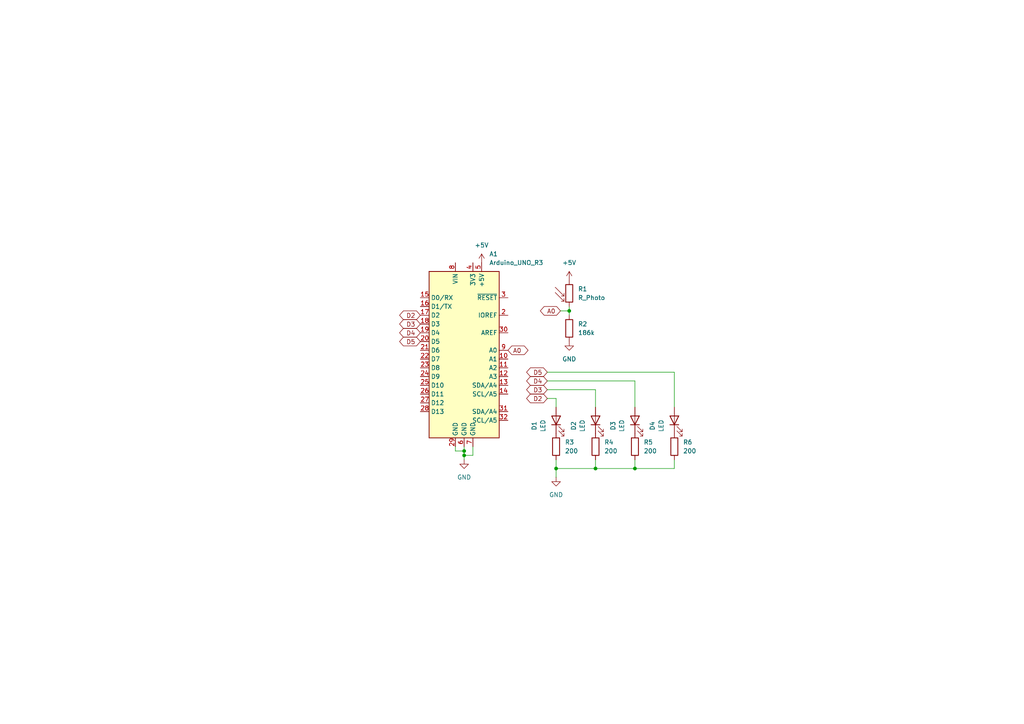
<source format=kicad_sch>
(kicad_sch (version 20231120) (generator "eeschema") (generator_version "8.0")
  (paper "A4")
  (lib_symbols
    (symbol "Device:LED" (pin_numbers hide) (pin_names (offset 1.016) hide)
      (property "Reference" "D" (at 0 2.54 0))
      (property "Value" "LED" (at 0 -2.54 0))
      (symbol "LED_0_1"
        (polyline (pts (xy -1.27 -1.27) (xy -1.27 1.27)) (stroke (width 0.254)))
        (polyline (pts (xy -1.27 0) (xy 1.27 0)))
        (polyline (pts (xy 1.27 -1.27) (xy 1.27 1.27) (xy -1.27 0) (xy 1.27 -1.27)) (stroke (width 0.254)))
        (polyline (pts (xy -3.048 -0.762) (xy -4.572 -2.286) (xy -3.81 -2.286) (xy -4.572 -2.286) (xy -4.572 -1.524)))
        (polyline (pts (xy -1.778 -0.762) (xy -3.302 -2.286) (xy -2.54 -2.286) (xy -3.302 -2.286) (xy -3.302 -1.524)))
      )
      (symbol "LED_1_1"
        (pin passive line (at -3.81 0 0) (length 2.54) (name "K") (number "1"))
        (pin passive line (at 3.81 0 180) (length 2.54) (name "A") (number "2"))
      )
    )
    (symbol "Device:R" (pin_numbers hide) (pin_names (offset 0))
      (property "Reference" "R" (at 2.032 0 90))
      (property "Value" "R" (at 0 0 90))
      (symbol "R_0_1"
        (rectangle (start -1.016 -2.54) (end 1.016 2.54) (stroke (width 0.254)))
      )
      (symbol "R_1_1"
        (pin passive line (at 0 3.81 270) (length 1.27) (name "~") (number "1"))
        (pin passive line (at 0 -3.81 90) (length 1.27) (name "~") (number "2"))
      )
    )
    (symbol "Device:R_Photo" (pin_numbers hide) (pin_names (offset 0))
      (property "Reference" "R" (at 1.27 1.27 0))
      (property "Value" "R_Photo" (at 1.27 0 0))
      (symbol "R_Photo_0_1"
        (rectangle (start -1.016 2.54) (end 1.016 -2.54) (stroke (width 0.254)))
        (polyline (pts (xy -1.524 -2.286) (xy -4.064 0.254)))
        (polyline (pts (xy -1.524 -2.286) (xy -2.286 -2.286)))
        (polyline (pts (xy -1.524 -2.286) (xy -1.524 -1.524)))
        (polyline (pts (xy -1.524 -0.762) (xy -4.064 1.778)))
        (polyline (pts (xy -1.524 -0.762) (xy -2.286 -0.762)))
        (polyline (pts (xy -1.524 -0.762) (xy -1.524 0)))
      )
      (symbol "R_Photo_1_1"
        (pin passive line (at 0 3.81 270) (length 1.27) (name "~") (number "1"))
        (pin passive line (at 0 -3.81 90) (length 1.27) (name "~") (number "2"))
      )
    )
    (symbol "MCU_Module:Arduino_UNO_R3"
      (property "Reference" "A" (at -10.16 23.495 0))
      (property "Value" "Arduino_UNO_R3" (at 5.08 -26.67 0))
      (symbol "Arduino_UNO_R3_0_1"
        (rectangle (start -10.16 22.86) (end 10.16 -25.4) (stroke (width 0.254)) (fill (type background)))
      )
      (symbol "Arduino_UNO_R3_1_1"
        (pin no_connect line (at -10.16 -20.32 0) (length 2.54) hide (name "NC") (number "1"))
        (pin bidirectional line (at 12.7 -2.54 180) (length 2.54) (name "A1") (number "10"))
        (pin bidirectional line (at 12.7 -5.08 180) (length 2.54) (name "A2") (number "11"))
        (pin bidirectional line (at 12.7 -7.62 180) (length 2.54) (name "A3") (number "12"))
        (pin bidirectional line (at 12.7 -10.16 180) (length 2.54) (name "SDA/A4") (number "13"))
        (pin bidirectional line (at 12.7 -12.7 180) (length 2.54) (name "SCL/A5") (number "14"))
        (pin bidirectional line (at -12.7 15.24 0) (length 2.54) (name "D0/RX") (number "15"))
        (pin bidirectional line (at -12.7 12.7 0) (length 2.54) (name "D1/TX") (number "16"))
        (pin bidirectional line (at -12.7 10.16 0) (length 2.54) (name "D2") (number "17"))
        (pin bidirectional line (at -12.7 7.62 0) (length 2.54) (name "D3") (number "18"))
        (pin bidirectional line (at -12.7 5.08 0) (length 2.54) (name "D4") (number "19"))
        (pin output line (at 12.7 10.16 180) (length 2.54) (name "IOREF") (number "2"))
        (pin bidirectional line (at -12.7 2.54 0) (length 2.54) (name "D5") (number "20"))
        (pin bidirectional line (at -12.7 0 0) (length 2.54) (name "D6") (number "21"))
        (pin bidirectional line (at -12.7 -2.54 0) (length 2.54) (name "D7") (number "22"))
        (pin bidirectional line (at -12.7 -5.08 0) (length 2.54) (name "D8") (number "23"))
        (pin bidirectional line (at -12.7 -7.62 0) (length 2.54) (name "D9") (number "24"))
        (pin bidirectional line (at -12.7 -10.16 0) (length 2.54) (name "D10") (number "25"))
        (pin bidirectional line (at -12.7 -12.7 0) (length 2.54) (name "D11") (number "26"))
        (pin bidirectional line (at -12.7 -15.24 0) (length 2.54) (name "D12") (number "27"))
        (pin bidirectional line (at -12.7 -17.78 0) (length 2.54) (name "D13") (number "28"))
        (pin power_in line (at -2.54 -27.94 90) (length 2.54) (name "GND") (number "29"))
        (pin input line (at 12.7 15.24 180) (length 2.54) (name "~{RESET}") (number "3"))
        (pin input line (at 12.7 5.08 180) (length 2.54) (name "AREF") (number "30"))
        (pin bidirectional line (at 12.7 -17.78 180) (length 2.54) (name "SDA/A4") (number "31"))
        (pin bidirectional line (at 12.7 -20.32 180) (length 2.54) (name "SCL/A5") (number "32"))
        (pin power_out line (at 2.54 25.4 270) (length 2.54) (name "3V3") (number "4"))
        (pin power_out line (at 5.08 25.4 270) (length 2.54) (name "+5V") (number "5"))
        (pin power_in line (at 0 -27.94 90) (length 2.54) (name "GND") (number "6"))
        (pin power_in line (at 2.54 -27.94 90) (length 2.54) (name "GND") (number "7"))
        (pin power_in line (at -2.54 25.4 270) (length 2.54) (name "VIN") (number "8"))
        (pin bidirectional line (at 12.7 0 180) (length 2.54) (name "A0") (number "9"))
      )
    )
    (symbol "power:+5V" (power) (pin_numbers hide) (pin_names (offset 0) hide)
      (property "Value" "+5V" (at 0 3.556 0))
      (symbol "+5V_0_1"
        (polyline (pts (xy -0.762 1.27) (xy 0 2.54)))
        (polyline (pts (xy 0 0) (xy 0 2.54)))
        (polyline (pts (xy 0 2.54) (xy 0.762 1.27)))
      )
      (symbol "+5V_1_1"
        (pin power_in line (at 0 0 90) (length 0) (name "~") (number "1"))
      )
    )
    (symbol "power:GND" (power) (pin_numbers hide) (pin_names (offset 0) hide)
      (property "Value" "GND" (at 0 -3.81 0))
      (symbol "GND_0_1"
        (polyline (pts (xy 0 0) (xy 0 -1.27) (xy 1.27 -1.27) (xy 0 -2.54) (xy -1.27 -1.27) (xy 0 -1.27)))
      )
      (symbol "GND_1_1"
        (pin power_in line (at 0 0 270) (length 0) (name "~") (number "1"))
      )
    )
  )
  (junction (at 172.72 135.89))
  (junction (at 134.62 132.08))
  (junction (at 161.29 135.89))
  (junction (at 134.62 130.81))
  (junction (at 165.1 90.17))
  (junction (at 184.15 135.89))
  (wire (pts (xy 132.08 130.81) (xy 134.62 130.81)))
  (wire (pts (xy 184.15 133.35) (xy 184.15 135.89)))
  (wire (pts (xy 158.75 107.95) (xy 195.58 107.95)))
  (wire (pts (xy 184.15 110.49) (xy 184.15 118.11)))
  (wire (pts (xy 184.15 135.89) (xy 172.72 135.89)))
  (wire (pts (xy 195.58 133.35) (xy 195.58 135.89)))
  (wire (pts (xy 195.58 135.89) (xy 184.15 135.89)))
  (wire (pts (xy 161.29 133.35) (xy 161.29 135.89)))
  (wire (pts (xy 137.16 129.54) (xy 137.16 132.08)))
  (wire (pts (xy 158.75 115.57) (xy 161.29 115.57)))
  (wire (pts (xy 195.58 107.95) (xy 195.58 118.11)))
  (wire (pts (xy 161.29 135.89) (xy 161.29 138.43)))
  (wire (pts (xy 162.56 90.17) (xy 165.1 90.17)))
  (wire (pts (xy 158.75 110.49) (xy 184.15 110.49)))
  (wire (pts (xy 137.16 132.08) (xy 134.62 132.08)))
  (wire (pts (xy 161.29 115.57) (xy 161.29 118.11)))
  (wire (pts (xy 165.1 90.17) (xy 165.1 88.9)))
  (wire (pts (xy 134.62 132.08) (xy 134.62 133.35)))
  (wire (pts (xy 172.72 113.03) (xy 172.72 118.11)))
  (wire (pts (xy 158.75 113.03) (xy 172.72 113.03)))
  (wire (pts (xy 134.62 129.54) (xy 134.62 130.81)))
  (wire (pts (xy 165.1 91.44) (xy 165.1 90.17)))
  (wire (pts (xy 172.72 133.35) (xy 172.72 135.89)))
  (wire (pts (xy 132.08 129.54) (xy 132.08 130.81)))
  (wire (pts (xy 172.72 135.89) (xy 161.29 135.89)))
  (wire (pts (xy 134.62 130.81) (xy 134.62 132.08)))
  (global_label "A0" (shape bidirectional) (at 147.32 101.6 0) (property "Intersheetrefs" "${INTERSHEET_REFS}" (effects (hide yes))))
  (global_label "D2" (shape bidirectional) (at 121.92 91.44 180) (property "Intersheetrefs" "${INTERSHEET_REFS}" (effects (hide yes))))
  (global_label "D4" (shape bidirectional) (at 121.92 96.52 180) (property "Intersheetrefs" "${INTERSHEET_REFS}" (effects (hide yes))))
  (global_label "D5" (shape bidirectional) (at 158.75 107.95 180) (property "Intersheetrefs" "${INTERSHEET_REFS}" (effects (hide yes))))
  (global_label "D4" (shape bidirectional) (at 158.75 110.49 180) (property "Intersheetrefs" "${INTERSHEET_REFS}" (effects (hide yes))))
  (global_label "D2" (shape bidirectional) (at 158.75 115.57 180) (property "Intersheetrefs" "${INTERSHEET_REFS}" (effects (hide yes))))
  (global_label "D3" (shape bidirectional) (at 121.92 93.98 180) (property "Intersheetrefs" "${INTERSHEET_REFS}" (effects (hide yes))))
  (global_label "D3" (shape bidirectional) (at 158.75 113.03 180) (property "Intersheetrefs" "${INTERSHEET_REFS}" (effects (hide yes))))
  (global_label "A0" (shape bidirectional) (at 162.56 90.17 180) (property "Intersheetrefs" "${INTERSHEET_REFS}" (effects (hide yes))))
  (global_label "D5" (shape bidirectional) (at 121.92 99.06 180) (property "Intersheetrefs" "${INTERSHEET_REFS}" (effects (hide yes))))
  (symbol (lib_id "Device:R") (at 165.1 95.25 0) (unit 1)
    (property "Reference" "R2" (at 167.64 93.9799 0) (effects (justify left)))
    (property "Value" "186k" (at 167.64 96.5199 0) (effects (justify left)))
    (property "Description" "Resistor" (effects (hide yes)))
  )
  (symbol (lib_id "Device:R") (at 172.72 129.54 0) (unit 1)
    (property "Reference" "R4" (at 175.26 128.2699 0) (effects (justify left)))
    (property "Value" "200" (at 175.26 130.8099 0) (effects (justify left)))
    (property "Description" "Resistor" (effects (hide yes)))
  )
  (symbol (lib_id "Device:R") (at 184.15 129.54 0) (unit 1)
    (property "Reference" "R5" (at 186.69 128.2699 0) (effects (justify left)))
    (property "Value" "200" (at 186.69 130.8099 0) (effects (justify left)))
    (property "Description" "Resistor" (effects (hide yes)))
  )
  (symbol (lib_id "Device:LED") (at 172.72 121.92 90) (unit 1)
    (property "Reference" "D2" (at 166.37 123.5075 0))
    (property "Value" "LED" (at 168.91 123.5075 0))
    (property "Description" "Light emitting diode" (effects (hide yes)))
  )
  (symbol (lib_id "Device:LED") (at 161.29 121.92 90) (unit 1)
    (property "Reference" "D1" (at 154.94 123.5075 0))
    (property "Value" "LED" (at 157.48 123.5075 0))
    (property "Description" "Light emitting diode" (effects (hide yes)))
  )
  (symbol (lib_id "power:+5V") (at 139.7 76.2 0) (unit 1)
    (property "Reference" "#PWR02" (effects (hide yes)))
    (property "Value" "+5V" (at 139.7 71.12 0))
    (property "Description" "Power symbol creates a global label with name \"+5V\"" (effects (hide yes)))
  )
  (symbol (lib_id "Device:LED") (at 195.58 121.92 90) (unit 1)
    (property "Reference" "D4" (at 189.23 123.5075 0))
    (property "Value" "LED" (at 191.77 123.5075 0))
    (property "Description" "Light emitting diode" (effects (hide yes)))
  )
  (symbol (lib_id "Device:R_Photo") (at 165.1 85.09 0) (unit 1)
    (property "Reference" "R1" (at 167.64 83.8199 0) (effects (justify left)))
    (property "Value" "R_Photo" (at 167.64 86.3599 0) (effects (justify left)))
    (property "Description" "Photoresistor" (effects (hide yes)))
  )
  (symbol (lib_id "MCU_Module:Arduino_UNO_R3") (at 134.62 101.6 0) (unit 1)
    (property "Reference" "A1" (at 141.8941 73.66 0) (effects (justify left)))
    (property "Value" "Arduino_UNO_R3" (at 141.8941 76.2 0) (effects (justify left)))
    (property "Footprint" "Module:Arduino_UNO_R3" (effects (hide yes)))
    (property "Datasheet" "https://www.arduino.cc/en/Main/arduinoBoardUno" (effects (hide yes)))
    (property "Description" "Arduino UNO Microcontroller Module, release 3" (effects (hide yes)))
  )
  (symbol (lib_id "Device:LED") (at 184.15 121.92 90) (unit 1)
    (property "Reference" "D3" (at 177.8 123.5075 0))
    (property "Value" "LED" (at 180.34 123.5075 0))
    (property "Description" "Light emitting diode" (effects (hide yes)))
  )
  (symbol (lib_id "power:GND") (at 165.1 99.06 0) (unit 1)
    (property "Reference" "#PWR04" (effects (hide yes)))
    (property "Value" "GND" (at 165.1 104.14 0))
    (property "Description" "Power symbol creates a global label with name \"GND\" , ground" (effects (hide yes)))
  )
  (symbol (lib_id "Device:R") (at 195.58 129.54 0) (unit 1)
    (property "Reference" "R6" (at 198.12 128.2699 0) (effects (justify left)))
    (property "Value" "200" (at 198.12 130.8099 0) (effects (justify left)))
    (property "Description" "Resistor" (effects (hide yes)))
  )
  (symbol (lib_id "Device:R") (at 161.29 129.54 0) (unit 1)
    (property "Reference" "R3" (at 163.83 128.2699 0) (effects (justify left)))
    (property "Value" "200" (at 163.83 130.8099 0) (effects (justify left)))
    (property "Description" "Resistor" (effects (hide yes)))
  )
  (symbol (lib_id "power:GND") (at 134.62 133.35 0) (unit 1)
    (property "Reference" "#PWR01" (effects (hide yes)))
    (property "Value" "GND" (at 134.62 138.43 0))
    (property "Description" "Power symbol creates a global label with name \"GND\" , ground" (effects (hide yes)))
  )
  (symbol (lib_id "power:+5V") (at 165.1 81.28 0) (unit 1)
    (property "Reference" "#PWR03" (effects (hide yes)))
    (property "Value" "+5V" (at 165.1 76.2 0))
    (property "Description" "Power symbol creates a global label with name \"+5V\"" (effects (hide yes)))
  )
  (symbol (lib_id "power:GND") (at 161.29 138.43 0) (unit 1)
    (property "Reference" "#PWR05" (effects (hide yes)))
    (property "Value" "GND" (at 161.29 143.51 0))
    (property "Description" "Power symbol creates a global label with name \"GND\" , ground" (effects (hide yes)))
  )
)
</source>
